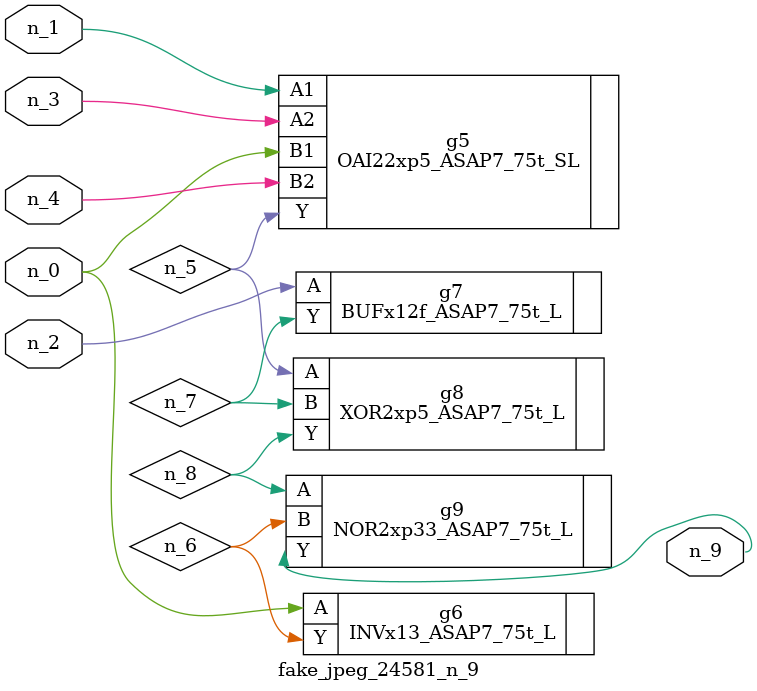
<source format=v>
module fake_jpeg_24581_n_9 (n_3, n_2, n_1, n_0, n_4, n_9);

input n_3;
input n_2;
input n_1;
input n_0;
input n_4;

output n_9;

wire n_8;
wire n_6;
wire n_5;
wire n_7;

OAI22xp5_ASAP7_75t_SL g5 ( 
.A1(n_1),
.A2(n_3),
.B1(n_0),
.B2(n_4),
.Y(n_5)
);

INVx13_ASAP7_75t_L g6 ( 
.A(n_0),
.Y(n_6)
);

BUFx12f_ASAP7_75t_L g7 ( 
.A(n_2),
.Y(n_7)
);

XOR2xp5_ASAP7_75t_L g8 ( 
.A(n_5),
.B(n_7),
.Y(n_8)
);

NOR2xp33_ASAP7_75t_L g9 ( 
.A(n_8),
.B(n_6),
.Y(n_9)
);


endmodule
</source>
